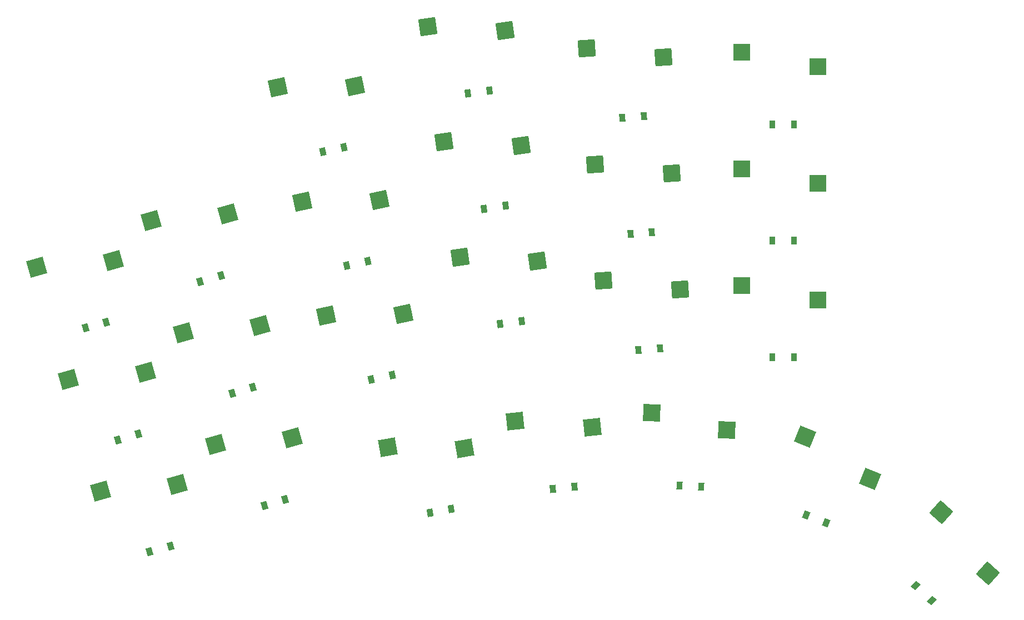
<source format=gbr>
%TF.GenerationSoftware,KiCad,Pcbnew,8.0.4*%
%TF.CreationDate,2024-08-02T12:22:31+01:00*%
%TF.ProjectId,left,6c656674-2e6b-4696-9361-645f70636258,v1.0.0*%
%TF.SameCoordinates,Original*%
%TF.FileFunction,Paste,Bot*%
%TF.FilePolarity,Positive*%
%FSLAX46Y46*%
G04 Gerber Fmt 4.6, Leading zero omitted, Abs format (unit mm)*
G04 Created by KiCad (PCBNEW 8.0.4) date 2024-08-02 12:22:31*
%MOMM*%
%LPD*%
G01*
G04 APERTURE LIST*
G04 Aperture macros list*
%AMRotRect*
0 Rectangle, with rotation*
0 The origin of the aperture is its center*
0 $1 length*
0 $2 width*
0 $3 Rotation angle, in degrees counterclockwise*
0 Add horizontal line*
21,1,$1,$2,0,0,$3*%
G04 Aperture macros list end*
%ADD10RotRect,2.600000X2.600000X16.000000*%
%ADD11RotRect,2.600000X2.600000X12.000000*%
%ADD12RotRect,2.600000X2.600000X8.000000*%
%ADD13RotRect,2.600000X2.600000X4.000000*%
%ADD14R,2.600000X2.600000*%
%ADD15RotRect,2.600000X2.600000X10.000000*%
%ADD16RotRect,2.600000X2.600000X6.000000*%
%ADD17RotRect,2.600000X2.600000X358.000000*%
%ADD18RotRect,2.600000X2.600000X338.000000*%
%ADD19RotRect,2.600000X2.600000X318.000000*%
%ADD20RotRect,0.900000X1.200000X16.000000*%
%ADD21RotRect,0.900000X1.200000X12.000000*%
%ADD22RotRect,0.900000X1.200000X8.000000*%
%ADD23RotRect,0.900000X1.200000X4.000000*%
%ADD24R,0.900000X1.200000*%
%ADD25RotRect,0.900000X1.200000X10.000000*%
%ADD26RotRect,0.900000X1.200000X6.000000*%
%ADD27RotRect,0.900000X1.200000X358.000000*%
%ADD28RotRect,0.900000X1.200000X338.000000*%
%ADD29RotRect,0.900000X1.200000X318.000000*%
G04 APERTURE END LIST*
D10*
%TO.C,S1*%
X123591803Y-161235655D03*
X135300776Y-160166819D03*
%TD*%
%TO.C,S2*%
X118699250Y-144173265D03*
X130408223Y-143104429D03*
%TD*%
%TO.C,S3*%
X113806687Y-127110862D03*
X125515660Y-126042026D03*
%TD*%
%TO.C,S4*%
X141064184Y-154144926D03*
X152773157Y-153076090D03*
%TD*%
%TO.C,S5*%
X136171623Y-137082534D03*
X147880596Y-136013698D03*
%TD*%
%TO.C,S6*%
X131279064Y-120020136D03*
X142988037Y-118951300D03*
%TD*%
D11*
%TO.C,S7*%
X157992505Y-134427679D03*
X169747514Y-134178225D03*
%TD*%
%TO.C,S8*%
X154302073Y-117065552D03*
X166057082Y-116816098D03*
%TD*%
%TO.C,S9*%
X162366649Y-99453983D03*
X150611640Y-99703437D03*
%TD*%
D12*
%TO.C,S10*%
X178378597Y-125571198D03*
X190122373Y-126142340D03*
%TD*%
%TO.C,S11*%
X175908279Y-107993938D03*
X187652055Y-108565080D03*
%TD*%
%TO.C,S12*%
X173437950Y-90416688D03*
X185181726Y-90987830D03*
%TD*%
D13*
%TO.C,S13*%
X200169565Y-129124266D03*
X211844895Y-130513223D03*
%TD*%
%TO.C,S14*%
X198931387Y-111417506D03*
X210606717Y-112806463D03*
%TD*%
%TO.C,S15*%
X197693215Y-93710743D03*
X209368545Y-95099700D03*
%TD*%
D14*
%TO.C,S16*%
X221298648Y-129852126D03*
X232848650Y-132052129D03*
%TD*%
%TO.C,S17*%
X221298647Y-112102134D03*
X232848649Y-114302137D03*
%TD*%
%TO.C,S18*%
X221298644Y-94352133D03*
X232848646Y-96552136D03*
%TD*%
D15*
%TO.C,S19*%
X167315199Y-154511229D03*
X179071753Y-154672171D03*
%TD*%
D16*
%TO.C,S20*%
X186764766Y-150511285D03*
X198481457Y-151491933D03*
%TD*%
D17*
%TO.C,S21*%
X207524368Y-149276806D03*
X218990555Y-151878559D03*
%TD*%
D18*
%TO.C,S22*%
X230928184Y-152955498D03*
X240813024Y-159322009D03*
%TD*%
D19*
%TO.C,S23*%
X251662392Y-164416902D03*
X258773626Y-173780280D03*
%TD*%
D20*
%TO.C,D1*%
X134228033Y-169577039D03*
X131055871Y-170486643D03*
%TD*%
%TO.C,D2*%
X129335470Y-152514651D03*
X126163308Y-153424255D03*
%TD*%
%TO.C,D3*%
X124442910Y-135452258D03*
X121270748Y-136361862D03*
%TD*%
%TO.C,D4*%
X151700411Y-162486324D03*
X148528249Y-163395928D03*
%TD*%
%TO.C,D5*%
X146807859Y-145423922D03*
X143635697Y-146333526D03*
%TD*%
%TO.C,D6*%
X141915290Y-128361523D03*
X138743128Y-129271127D03*
%TD*%
D21*
%TO.C,D7*%
X168020955Y-143490696D03*
X164793069Y-144176806D03*
%TD*%
%TO.C,D8*%
X164330529Y-126128584D03*
X161102643Y-126814694D03*
%TD*%
%TO.C,D9*%
X160640095Y-108766453D03*
X157412209Y-109452563D03*
%TD*%
D22*
%TO.C,D10*%
X187750415Y-135311691D03*
X184482531Y-135770963D03*
%TD*%
%TO.C,D11*%
X185280092Y-117734427D03*
X182012208Y-118193699D03*
%TD*%
%TO.C,D12*%
X182809770Y-100157166D03*
X179541886Y-100616438D03*
%TD*%
D23*
%TO.C,D13*%
X208839094Y-139494768D03*
X205547132Y-139724968D03*
%TD*%
%TO.C,D14*%
X207600922Y-121788008D03*
X204308960Y-122018208D03*
%TD*%
%TO.C,D15*%
X206362742Y-104081238D03*
X203070780Y-104311438D03*
%TD*%
D24*
%TO.C,D16*%
X229223647Y-140802125D03*
X225923647Y-140802129D03*
%TD*%
%TO.C,D17*%
X229223651Y-123052132D03*
X225923651Y-123052136D03*
%TD*%
%TO.C,D18*%
X229223656Y-105302134D03*
X225923656Y-105302138D03*
%TD*%
D25*
%TO.C,D19*%
X177021240Y-163918710D03*
X173771376Y-164491750D03*
%TD*%
D26*
%TO.C,D20*%
X195790942Y-160572912D03*
X192509020Y-160917860D03*
%TD*%
D27*
%TO.C,D21*%
X215062392Y-160496705D03*
X211764402Y-160381541D03*
%TD*%
D28*
%TO.C,D22*%
X234174177Y-166076908D03*
X231114469Y-164840716D03*
%TD*%
D29*
%TO.C,D23*%
X250224833Y-177857194D03*
X247772463Y-175649060D03*
%TD*%
M02*

</source>
